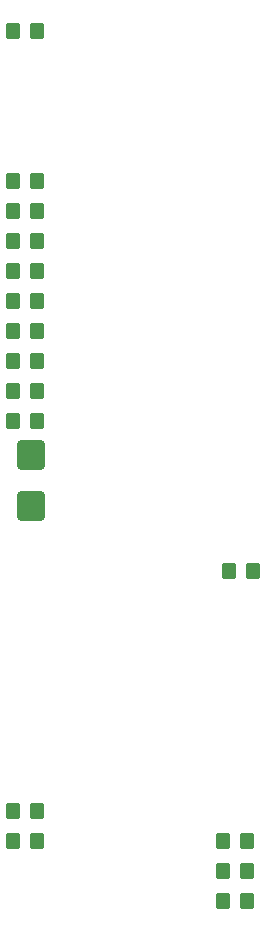
<source format=gbp>
%TF.GenerationSoftware,KiCad,Pcbnew,8.0.4*%
%TF.CreationDate,2024-08-07T10:54:24+02:00*%
%TF.ProjectId,DCJ11_Carrier,44434a31-315f-4436-9172-726965722e6b,rev?*%
%TF.SameCoordinates,Original*%
%TF.FileFunction,Paste,Bot*%
%TF.FilePolarity,Positive*%
%FSLAX46Y46*%
G04 Gerber Fmt 4.6, Leading zero omitted, Abs format (unit mm)*
G04 Created by KiCad (PCBNEW 8.0.4) date 2024-08-07 10:54:24*
%MOMM*%
%LPD*%
G01*
G04 APERTURE LIST*
G04 Aperture macros list*
%AMRoundRect*
0 Rectangle with rounded corners*
0 $1 Rounding radius*
0 $2 $3 $4 $5 $6 $7 $8 $9 X,Y pos of 4 corners*
0 Add a 4 corners polygon primitive as box body*
4,1,4,$2,$3,$4,$5,$6,$7,$8,$9,$2,$3,0*
0 Add four circle primitives for the rounded corners*
1,1,$1+$1,$2,$3*
1,1,$1+$1,$4,$5*
1,1,$1+$1,$6,$7*
1,1,$1+$1,$8,$9*
0 Add four rect primitives between the rounded corners*
20,1,$1+$1,$2,$3,$4,$5,0*
20,1,$1+$1,$4,$5,$6,$7,0*
20,1,$1+$1,$6,$7,$8,$9,0*
20,1,$1+$1,$8,$9,$2,$3,0*%
G04 Aperture macros list end*
%ADD10RoundRect,0.250000X0.900000X-1.000000X0.900000X1.000000X-0.900000X1.000000X-0.900000X-1.000000X0*%
%ADD11RoundRect,0.250000X0.350000X0.450000X-0.350000X0.450000X-0.350000X-0.450000X0.350000X-0.450000X0*%
%ADD12RoundRect,0.250000X-0.350000X-0.450000X0.350000X-0.450000X0.350000X0.450000X-0.350000X0.450000X0*%
G04 APERTURE END LIST*
D10*
%TO.C,D4*%
X127508000Y-89290000D03*
X127508000Y-93590000D03*
%TD*%
D11*
%TO.C,R19*%
X145780000Y-127000000D03*
X143780000Y-127000000D03*
%TD*%
D12*
%TO.C,R18*%
X126000000Y-121920000D03*
X128000000Y-121920000D03*
%TD*%
D11*
%TO.C,R17*%
X146288000Y-99060000D03*
X144288000Y-99060000D03*
%TD*%
%TO.C,R16*%
X145780000Y-121920000D03*
X143780000Y-121920000D03*
%TD*%
%TO.C,R15*%
X145780000Y-124460000D03*
X143780000Y-124460000D03*
%TD*%
D12*
%TO.C,R14*%
X126000000Y-119380000D03*
X128000000Y-119380000D03*
%TD*%
%TO.C,R13*%
X126000000Y-73660000D03*
X128000000Y-73660000D03*
%TD*%
%TO.C,R12*%
X126000000Y-86360000D03*
X128000000Y-86360000D03*
%TD*%
%TO.C,R11*%
X126000000Y-71120000D03*
X128000000Y-71120000D03*
%TD*%
%TO.C,R10*%
X126000000Y-68580000D03*
X128000000Y-68580000D03*
%TD*%
%TO.C,R9*%
X126000000Y-66040000D03*
X128000000Y-66040000D03*
%TD*%
%TO.C,R8*%
X128000000Y-53340000D03*
X126000000Y-53340000D03*
%TD*%
%TO.C,R7*%
X126000000Y-83820000D03*
X128000000Y-83820000D03*
%TD*%
%TO.C,R6*%
X126000000Y-81280000D03*
X128000000Y-81280000D03*
%TD*%
%TO.C,R5*%
X128000000Y-78740000D03*
X126000000Y-78740000D03*
%TD*%
%TO.C,R4*%
X126000000Y-76200000D03*
X128000000Y-76200000D03*
%TD*%
M02*

</source>
